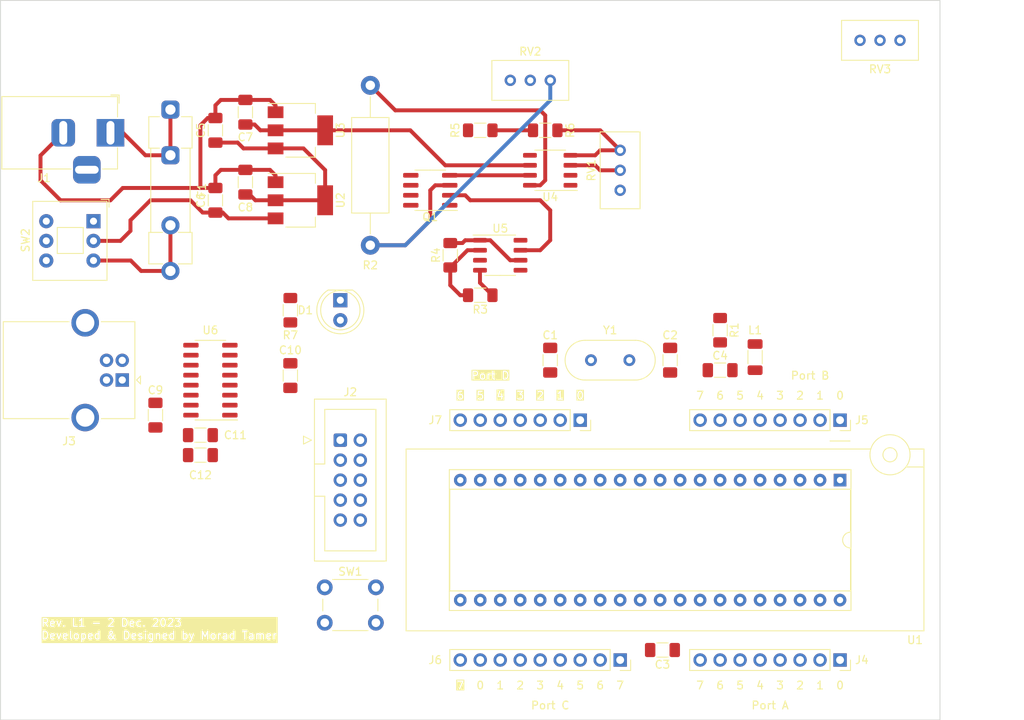
<source format=kicad_pcb>
(kicad_pcb (version 20221018) (generator pcbnew)
  (title_block (title "ATMEGA32A AVR Kit") (date "2023-12-02") (rev "L1") (company "Team Exotic") (comment 1 "Author: Morad Tamer"))
  (layers (0 "F.Cu" signal) (31 "B.Cu" signal) (34 "B.Paste" user) (35 "F.Paste" user) (36 "B.SilkS" user "B.Silkscreen") (37 "F.SilkS" user "F.Silkscreen") (38 "B.Mask" user) (39 "F.Mask" user) (44 "Edge.Cuts" user))
  (net 0 "")
  (net 1 "GND")
  (net 2 "Net-(U1-XTAL1)")
  (net 3 "Net-(U1-XTAL2)")
  (net 4 "Net-(U1-AREF)")
  (net 5 "Net-(U1-AVCC)")
  (net 6 "+5V")
  (net 7 "-V_{In}")
  (net 8 "+V_{In}")
  (net 9 "+3V3")
  (net 10 "+5V_{OCP}")
  (net 11 "Net-(U6-~{DTR})")
  (net 12 "/~{RESET}")
  (net 13 "Net-(U6-V3)")
  (net 14 "VBUS")
  (net 15 "Net-(D1-K)")
  (net 17 "/MOSI")
  (net 19 "/SCK")
  (net 20 "/MISO")
  (net 21 "/USB_D-")
  (net 22 "/USB_D+")
  (net 24 "Net-(Q1A-G)")
  (net 25 "Net-(Q1B-G)")
  (net 26 "Net-(U5A--)")
  (net 27 "Net-(U5B--)")
  (net 28 "Net-(U4B-+)")
  (net 29 "Net-(U4A-+)")
  (net 30 "Net-(U5A-+)")
  (net 31 "Net-(U5B-+)")
  (net 32 "/PB0")
  (net 33 "/PB1")
  (net 34 "/PB2")
  (net 35 "/PB3")
  (net 36 "/~{SS}")
  (net 37 "/RX <--")
  (net 38 "/TX -->")
  (net 39 "/PD2")
  (net 40 "/PD3")
  (net 41 "/PD4")
  (net 42 "/PD5")
  (net 43 "/PD6")
  (net 44 "/PD7")
  (net 45 "/PC0")
  (net 46 "/PC1")
  (net 47 "/TCK")
  (net 48 "/TMS")
  (net 49 "/TDO")
  (net 50 "/TDI")
  (net 51 "/PC6")
  (net 52 "/PC7")
  (net 53 "/PA7")
  (net 54 "/PA6")
  (net 55 "/PA5")
  (net 56 "/PA4")
  (net 57 "/PA3")
  (net 58 "/PA2")
  (net 59 "/PA1")
  (net 60 "/PA0")
  (net 69 "Net-(SW2A-C)")
  (net 71 "Net-(F1-Pad1)")
  (net 72 "Net-(U4A--)")
  (footprint "Resistor_SMD:R_1206_3216Metric_Pad1.30x1.75mm_HandSolder" (layer "F.Cu") (at 149.86 81.915 180)
    (fp_text reference "R3" (at 0 -1.82) (layer "F.SilkS"))
    (fp_text value "10 kΩ")
    (pad "1" smd roundrect (at -1.55 0 180) (size 1.3 1.75) (layers "F.Cu" "F.Paste" "F.Mask") (roundrect_rratio 0.192308) (net 7 "-V_{In}"))
    (pad "2" smd roundrect (at 1.55 0 180) (size 1.3 1.75) (layers "F.Cu" "F.Paste" "F.Mask") (roundrect_rratio 0.192308) (net 26 "Net-(U5A--)"))
  )
  (footprint "Capacitor_SMD:C_1206_3216Metric_Pad1.33x1.80mm_HandSolder" (layer "F.Cu") (at 116.205 60.96 90)
    (fp_text reference "C5" (at 0 -1.85 90) (layer "F.SilkS"))
    (fp_text value "10 µF")
    (pad "1" smd roundrect (at -1.5625 0 90) (size 1.325 1.8) (layers "F.Cu" "F.Paste" "F.Mask") (roundrect_rratio 0.188679) (net 10 "+5V_{OCP}"))
    (pad "2" smd roundrect (at 1.5625 0 90) (size 1.325 1.8) (layers "F.Cu" "F.Paste" "F.Mask") (roundrect_rratio 0.188679) (net 7 "-V_{In}"))
  )
  (footprint "Package_SO:SOIC-16_3.9x9.9mm_P1.27mm" (layer "F.Cu") (at 115.57 92.71 180)
    (fp_text reference "U6" (at 0 6.35) (layer "F.SilkS"))
    (fp_text value "CH340C")
    (pad "1" smd roundrect (at -2.475 -4.445 180) (size 1.95 0.6) (layers "F.Cu" "F.Paste" "F.Mask") (net 1 "GND"))
    (pad "2" smd roundrect (at -2.475 -3.175 180) (size 1.95 0.6) (layers "F.Cu" "F.Paste" "F.Mask") (net 37 "/RX <--"))
    (pad "3" smd roundrect (at -2.475 -1.905 180) (size 1.95 0.6) (layers "F.Cu" "F.Paste" "F.Mask") (net 38 "/TX -->"))
    (pad "4" smd roundrect (at -2.475 -0.635 180) (size 1.95 0.6) (layers "F.Cu" "F.Paste" "F.Mask") (net 13 "Net-(U6-V3)"))
    (pad "5" smd roundrect (at -2.475 0.635 180) (size 1.95 0.6) (layers "F.Cu" "F.Paste" "F.Mask") (net 22 "/USB_D+"))
    (pad "6" smd roundrect (at -2.475 1.905 180) (size 1.95 0.6) (layers "F.Cu" "F.Paste" "F.Mask") (net 21 "/USB_D-"))
    (pad "7" smd roundrect (at -2.475 3.175 180) (size 1.95 0.6) (layers "F.Cu" "F.Paste" "F.Mask"))
    (pad "8" smd roundrect (at -2.475 4.445 180) (size 1.95 0.6) (layers "F.Cu" "F.Paste" "F.Mask"))
    (pad "9" smd roundrect (at 2.475 4.445 180) (size 1.95 0.6) (layers "F.Cu" "F.Paste" "F.Mask"))
    (pad "10" smd roundrect (at 2.475 3.175 180) (size 1.95 0.6) (layers "F.Cu" "F.Paste" "F.Mask"))
    (pad "11" smd roundrect (at 2.475 1.905 180) (size 1.95 0.6) (layers "F.Cu" "F.Paste" "F.Mask"))
    (pad "12" smd roundrect (at 2.475 0.635 180) (size 1.95 0.6) (layers "F.Cu" "F.Paste" "F.Mask"))
    (pad "13" smd roundrect (at 2.475 -0.635 180) (size 1.95 0.6) (layers "F.Cu" "F.Paste" "F.Mask") (net 11 "Net-(U6-~{DTR})"))
    (pad "14" smd roundrect (at 2.475 -1.905 180) (size 1.95 0.6) (layers "F.Cu" "F.Paste" "F.Mask"))
    (pad "15" smd roundrect (at 2.475 -3.175 180) (size 1.95 0.6) (layers "F.Cu" "F.Paste" "F.Mask"))
    (pad "16" smd roundrect (at 2.475 -4.445 180) (size 1.95 0.6) (layers "F.Cu" "F.Paste" "F.Mask") (net 14 "VBUS"))
  )
  (footprint "Resistor_SMD:R_1206_3216Metric_Pad1.30x1.75mm_HandSolder" (layer "F.Cu") (at 180.34 86.36 -90)
    (fp_text reference "R1" (at 0 -1.82 90) (layer "F.SilkS"))
    (fp_text value "10 kΩ")
    (pad "1" smd roundrect (at -1.55 0 270) (size 1.3 1.75) (layers "F.Cu" "F.Paste" "F.Mask") (roundrect_rratio 0.192308) (net 6 "+5V"))
    (pad "2" smd roundrect (at 1.55 0 270) (size 1.3 1.75) (layers "F.Cu" "F.Paste" "F.Mask") (roundrect_rratio 0.192308) (net 12 "/~{RESET}"))
  )
  (footprint "Capacitor_SMD:C_1206_3216Metric_Pad1.33x1.80mm_HandSolder" (layer "F.Cu") (at 120.015 67.55 90)
    (fp_text reference "C8" (at -3.2 0) (layer "F.SilkS"))
    (fp_text value "22 µF")
    (pad "1" smd roundrect (at -1.5625 0 90) (size 1.325 1.8) (layers "F.Cu" "F.Paste" "F.Mask") (roundrect_rratio 0.188679) (net 10 "+5V_{OCP}"))
    (pad "2" smd roundrect (at 1.5625 0 90) (size 1.325 1.8) (layers "F.Cu" "F.Paste" "F.Mask") (roundrect_rratio 0.188679) (net 7 "-V_{In}"))
  )
  (footprint "Inductor_SMD:L_1206_3216Metric_Pad1.22x1.90mm_HandSolder" (layer "F.Cu") (at 184.785 89.7775 90)
    (fp_text reference "L1" (at 3.4175 0 180) (layer "F.SilkS"))
    (fp_text value "10 µH")
    (pad "1" smd roundrect (at -1.6625 0 90) (size 1.225 1.9) (layers "F.Cu" "F.Paste" "F.Mask") (roundrect_rratio 0.204082) (net 5 "Net-(U1-AVCC)"))
    (pad "2" smd roundrect (at 1.6625 0 90) (size 1.225 1.9) (layers "F.Cu" "F.Paste" "F.Mask") (roundrect_rratio 0.204082) (net 6 "+5V"))
  )
  (footprint "Capacitor_SMD:C_1206_3216Metric_Pad1.33x1.80mm_HandSolder" (layer "F.Cu") (at 116.205 69.85 90)
    (fp_text reference "C6" (at 0 -1.85 90) (layer "F.SilkS"))
    (fp_text value "10 µF")
    (pad "1" smd roundrect (at -1.5625 0 90) (size 1.325 1.8) (layers "F.Cu" "F.Paste" "F.Mask") (roundrect_rratio 0.188679) (net 8 "+V_{In}"))
    (pad "2" smd roundrect (at 1.5625 0 90) (size 1.325 1.8) (layers "F.Cu" "F.Paste" "F.Mask") (roundrect_rratio 0.188679) (net 7 "-V_{In}"))
  )
  (footprint "Resistor_SMD:R_1206_3216Metric_Pad1.30x1.75mm_HandSolder" (layer "F.Cu") (at 149.86 60.96 180)
    (fp_text reference "R5" (at 3.175 0 90) (layer "F.SilkS"))
    (fp_text value "6k8 Ω")
    (pad "1" smd roundrect (at -1.55 0 180) (size 1.3 1.75) (layers "F.Cu" "F.Paste" "F.Mask") (roundrect_rratio 0.192308) (net 28 "Net-(U4B-+)"))
    (pad "2" smd roundrect (at 1.55 0 180) (size 1.3 1.75) (layers "F.Cu" "F.Paste" "F.Mask") (roundrect_rratio 0.192308) (net 8 "+V_{In}"))
  )
  (footprint "Package_TO_SOT_SMD:SOT-223-3_TabPin2" (layer "F.Cu") (at 127 60.96)
    (fp_text reference "U3" (at 5.105 0 90) (layer "F.SilkS"))
    (fp_text value "AMS1117-3.3")
    (pad "1" smd rect (at -3.15 -2.3) (size 2 1.5) (layers "F.Cu" "F.Paste" "F.Mask") (net 7 "-V_{In}"))
    (pad "2" smd rect (at -3.15 0) (size 2 1.5) (layers "F.Cu" "F.Paste" "F.Mask") (net 9 "+3V3"))
    (pad "2" smd rect (at 3.15 0) (size 2 3.8) (layers "F.Cu" "F.Paste" "F.Mask") (net 9 "+3V3"))
    (pad "3" smd rect (at -3.15 2.3) (size 2 1.5) (layers "F.Cu" "F.Paste" "F.Mask") (net 10 "+5V_{OCP}"))
  )
  (footprint "Package_SO:SO-8_3.9x4.9mm_P1.27mm" (layer "F.Cu") (at 158.75 66.04 180)
    (fp_text reference "U4" (at 0 -3.4) (layer "F.SilkS"))
    (fp_text value "LM358")
    (pad "1" smd roundrect (at -2.575 -1.905 180) (size 1.75 0.6) (layers "F.Cu" "F.Paste" "F.Mask") (net 30 "Net-(U5A-+)"))
    (pad "2" smd roundrect (at -2.575 -0.635 180) (size 1.75 0.6) (layers "F.Cu" "F.Paste" "F.Mask") (net 72 "Net-(U4A--)"))
    (pad "3" smd roundrect (at -2.575 0.635 180) (size 1.75 0.6) (layers "F.Cu" "F.Paste" "F.Mask") (net 29 "Net-(U4A-+)"))
    (pad "4" smd roundrect (at -2.575 1.905 180) (size 1.75 0.6) (layers "F.Cu" "F.Paste" "F.Mask") (net 7 "-V_{In}"))
    (pad "5" smd roundrect (at 2.575 1.905 180) (size 1.75 0.6) (layers "F.Cu" "F.Paste" "F.Mask") (net 28 "Net-(U4B-+)"))
    (pad "6" smd roundrect (at 2.575 0.635 180) (size 1.75 0.6) (layers "F.Cu" "F.Paste" "F.Mask") (net 9 "+3V3"))
    (pad "7" smd roundrect (at 2.575 -0.635 180) (size 1.75 0.6) (layers "F.Cu" "F.Paste" "F.Mask") (net 25 "Net-(Q1B-G)"))
    (pad "8" smd roundrect (at 2.575 -1.905 180) (size 1.75 0.6) (layers "F.Cu" "F.Paste" "F.Mask") (net 10 "+5V_{OCP}"))
  )
  (footprint "Fuse:Fuseholder_Clip-5x20mm_Littelfuse_520_Inline_P20.50x5.80mm_D1.30mm_Horizontal" (layer "F.Cu") (at 110.49 58.33 -90)
    (fp_text reference "F1" (at 10.25 -4 90) (layer "F.SilkS"))
    (fp_text value "Fuse")
    (pad "1" thru_hole roundrect (at 0 0 270) (size 2.3 2.3) (drill 1.3) (layers "*.Cu" "*.Mask") (net 71 "Net-(F1-Pad1)"))
    (pad "1" thru_hole roundrect (at 5.8 0 270) (size 2.3 2.3) (drill 1.3) (layers "*.Cu" "*.Mask") (net 71 "Net-(F1-Pad1)"))
    (pad "2" thru_hole circle (at 14.7 0 270) (size 2.3 2.3) (drill 1.3) (layers "*.Cu" "*.Mask") (net 69 "Net-(SW2A-C)"))
    (pad "2" thru_hole circle (at 20.5 0 270) (size 2.3 2.3) (drill 1.3) (layers "*.Cu" "*.Mask") (net 69 "Net-(SW2A-C)"))
  )
  (footprint "Package_SO:SO-8_3.9x4.9mm_P1.27mm" (layer "F.Cu") (at 152.4 76.835)
    (fp_text reference "U5" (at 0 -3.4) (layer "F.SilkS"))
    (fp_text value "LM358")
    (pad "1" smd roundrect (at -2.575 -1.905) (size 1.75 0.6) (layers "F.Cu" "F.Paste" "F.Mask") (net 27 "Net-(U5B--)"))
    (pad "2" smd roundrect (at -2.575 -0.635) (size 1.75 0.6) (layers "F.Cu" "F.Paste" "F.Mask") (net 26 "Net-(U5A--)"))
    (pad "3" smd roundrect (at -2.575 0.635) (size 1.75 0.6) (layers "F.Cu" "F.Paste" "F.Mask") (net 30 "Net-(U5A-+)"))
    (pad "4" smd roundrect (at -2.575 1.905) (size 1.75 0.6) (layers "F.Cu" "F.Paste" "F.Mask") (net 7 "-V_{In}"))
    (pad "5" smd roundrect (at 2.575 1.905) (size 1.75 0.6) (layers "F.Cu" "F.Paste" "F.Mask") (net 31 "Net-(U5B-+)"))
    (pad "6" smd roundrect (at 2.575 0.635) (size 1.75 0.6) (layers "F.Cu" "F.Paste" "F.Mask") (net 27 "Net-(U5B--)"))
    (pad "7" smd roundrect (at 2.575 -0.635) (size 1.75 0.6) (layers "F.Cu" "F.Paste" "F.Mask") (net 24 "Net-(Q1A-G)"))
    (pad "8" smd roundrect (at 2.575 -1.905) (size 1.75 0.6) (layers "F.Cu" "F.Paste" "F.Mask") (net 8 "+V_{In}"))
  )
  (footprint "Resistor_SMD:R_1206_3216Metric_Pad1.30x1.75mm_HandSolder" (layer "F.Cu") (at 125.73 83.82 -90)
    (fp_text reference "R7" (at 3.175 0 -180) (layer "F.SilkS"))
    (fp_text value "1 kΩ")
    (pad "1" smd roundrect (at -1.55 0 270) (size 1.3 1.75) (layers "F.Cu" "F.Paste" "F.Mask") (roundrect_rratio 0.192308) (net 15 "Net-(D1-K)"))
    (pad "2" smd roundrect (at 1.55 0 270) (size 1.3 1.75) (layers "F.Cu" "F.Paste" "F.Mask") (roundrect_rratio 0.192308) (net 1 "GND"))
  )
  (footprint "Connector_PinSocket_2.54mm:PinSocket_1x08_P2.54mm_Vertical" (layer "F.Cu") (at 195.58 97.79 -90)
    (fp_text reference "J5" (at 0 -2.77 -180) (layer "F.SilkS"))
    (fp_text value "Conn_01x08_Socket")
    (pad "1" thru_hole rect (at 0 0 270) (size 1.7 1.7) (drill 1) (layers "*.Cu" "*.Mask") (net 32 "/PB0"))
    (pad "2" thru_hole oval (at 0 2.54 270) (size 1.7 1.7) (drill 1) (layers "*.Cu" "*.Mask") (net 33 "/PB1"))
    (pad "3" thru_hole oval (at 0 5.08 270) (size 1.7 1.7) (drill 1) (layers "*.Cu" "*.Mask") (net 34 "/PB2"))
    (pad "4" thru_hole oval (at 0 7.62 270) (size 1.7 1.7) (drill 1) (layers "*.Cu" "*.Mask") (net 35 "/PB3"))
    (pad "5" thru_hole oval (at 0 10.16 270) (size 1.7 1.7) (drill 1) (layers "*.Cu" "*.Mask") (net 36 "/~{SS}"))
    (pad "6" thru_hole oval (at 0 12.7 270) (size 1.7 1.7) (drill 1) (layers "*.Cu" "*.Mask") (net 17 "/MOSI"))
    (pad "7" thru_hole oval (at 0 15.24 270) (size 1.7 1.7) (drill 1) (layers "*.Cu" "*.Mask") (net 20 "/MISO"))
    (pad "8" thru_hole oval (at 0 17.78 270) (size 1.7 1.7) (drill 1) (layers "*.Cu" "*.Mask") (net 19 "/SCK"))
  )
  (footprint "Button_Switch_THT:SW_PUSH_6mm_H4.3mm" (layer "F.Cu") (at 130.1 119.035)
    (fp_text reference "SW1" (at 3.25 -2) (layer "F.SilkS"))
    (fp_text value "SW_Push")
    (pad "1" thru_hole circle (at 0 0 90) (size 2 2) (drill 1.1) (layers "*.Cu" "*.Mask") (net 1 "GND"))
    (pad "1" thru_hole circle (at 6.5 0 90) (size 2 2) (drill 1.1) (layers "*.Cu" "*.Mask") (net 1 "GND"))
    (pad "2" thru_hole circle (at 0 4.5 90) (size 2 2) (drill 1.1) (layers "*.Cu" "*.Mask") (net 12 "/~{RESET}"))
    (pad "2" thru_hole circle (at 6.5 4.5 90) (size 2 2) (drill 1.1) (layers "*.Cu" "*.Mask") (net 12 "/~{RESET}"))
  )
  (footprint "Capacitor_SMD:C_1206_3216Metric_Pad1.33x1.80mm_HandSolder" (layer "F.Cu") (at 120.015 58.66 90)
    (fp_text reference "C7" (at -3.175 0) (layer "F.SilkS"))
    (fp_text value "22 µF")
    (pad "1" smd roundrect (at -1.5625 0 90) (size 1.325 1.8) (layers "F.Cu" "F.Paste" "F.Mask") (roundrect_rratio 0.188679) (net 9 "+3V3"))
    (pad "2" smd roundrect (at 1.5625 0 90) (size 1.325 1.8) (layers "F.Cu" "F.Paste" "F.Mask") (roundrect_rratio 0.188679) (net 7 "-V_{In}"))
  )
  (footprint "Capacitor_SMD:C_1206_3216Metric_Pad1.33x1.80mm_HandSolder" (layer "F.Cu") (at 158.75 90.17 90)
    (fp_text reference "C1" (at 3.175 0 180) (layer "F.SilkS"))
    (fp_text value "22 pF")
    (pad "1" smd roundrect (at -1.5625 0 90) (size 1.325 1.8) (layers "F.Cu" "F.Paste" "F.Mask") (roundrect_rratio 0.188679) (net 1 "GND"))
    (pad "2" smd roundrect (at 1.5625 0 90) (size 1.325 1.8) (layers "F.Cu" "F.Paste" "F.Mask") (roundrect_rratio 0.188679) (net 2 "Net-(U1-XTAL1)"))
  )
  (footprint "Connector_USB:USB_B_OST_USB-B1HSxx_Horizontal" (layer "F.Cu") (at 104.3675 92.69 180)
    (fp_text reference "J3" (at 6.76 -7.77) (layer "F.SilkS"))
    (fp_text value "USB_B")
    (pad "1" thru_hole rect (at 0 0 180) (size 1.7 1.7) (drill 0.92) (layers "*.Cu" "*.Mask") (net 14 "VBUS"))
    (pad "2" thru_hole circle (at 0 2.5 180) (size 1.7 1.7) (drill 0.92) (layers "*.Cu" "*.Mask") (net 21 "/USB_D-"))
    (pad "3" thru_hole circle (at 2 2.5 180) (size 1.7 1.7) (drill 0.92) (layers "*.Cu" "*.Mask") (net 22 "/USB_D+"))
    (pad "4" thru_hole circle (at 2 0 180) (size 1.7 1.7) (drill 0.92) (layers "*.Cu" "*.Mask") (net 1 "GND"))
    (pad "5" thru_hole circle (at 4.71 -4.77 180) (size 3.5 3.5) (drill 2.33) (layers "*.Cu" "*.Mask"))
    (pad "5" thru_hole circle (at 4.71 7.27 180) (size 3.5 3.5) (drill 2.33) (layers "*.Cu" "*.Mask"))
  )
  (footprint "Capacitor_SMD:C_1206_3216Metric_Pad1.33x1.80mm_HandSolder" (layer "F.Cu") (at 108.585 97.155 -90)
    (fp_text reference "C9" (at -3.175 0 -180) (layer "F.SilkS"))
    (fp_text value "100 nF")
    (pad "1" smd roundrect (at -1.5625 0 270) (size 1.325 1.8) (layers "F.Cu" "F.Paste" "F.Mask") (roundrect_rratio 0.188679) (net 11 "Net-(U6-~{DTR})"))
    (pad "2" smd roundrect (at 1.5625 0 270) (size 1.325 1.8) (layers "F.Cu" "F.Paste" "F.Mask") (roundrect_rratio 0.188679) (net 12 "/~{RESET}"))
  )
  (footprint "Potentiometer_THT:Potentiometer_Bourns_3296W_Vertical" (layer "F.Cu") (at 158.76 54.61)
    (fp_text reference "RV2" (at -2.54 -3.66) (layer "F.SilkS"))
    (fp_text value "10 kΩ")
    (pad "1" thru_hole circle (at 0 0) (size 1.44 1.44) (drill 0.8) (layers "*.Cu" "*.Mask") (net 6 "+5V"))
    (pad "2" thru_hole circle (at -2.54 0) (size 1.44 1.44) (drill 0.8) (layers "*.Cu" "*.Mask") (net 72 "Net-(U4A--)"))
    (pad "3" thru_hole circle (at -5.08 0) (size 1.44 1.44) (drill 0.8) (layers "*.Cu" "*.Mask") (net 30 "Net-(U5A-+)"))
  )
  (footprint "M's Library:ZIF Socket 40 Circular Pads" (layer "F.Cu") (at 171.45 113.03 -90)
    (fp_text reference "U1" (at 12.7 -33.655 unlocked) (layer "F.SilkS"))
    (fp_text value "ATmega32A-P")
    (pad "1" thru_hole rect (at -7.62 -24.13 270) (size 1.6 1.6) (drill 0.8) (layers "*.Cu" "*.Mask") (net 32 "/PB0"))
    (pad "2" thru_hole oval (at -7.62 -21.59 270) (size 1.6 1.6) (drill 0.8) (layers "*.Cu" "*.Mask") (net 33 "/PB1"))
    (pad "3" thru_hole oval (at -7.62 -19.05 270) (size 1.6 1.6) (drill 0.8) (layers "*.Cu" "*.Mask") (net 34 "/PB2"))
    (pad "4" thru_hole oval (at -7.62 -16.51 270) (size 1.6 1.6) (drill 0.8) (layers "*.Cu" "*.Mask") (net 35 "/PB3"))
    (pad "5" thru_hole oval (at -7.62 -13.97 270) (size 1.6 1.6) (drill 0.8) (layers "*.Cu" "*.Mask") (net 36 "/~{SS}"))
    (pad "6" thru_hole oval (at -7.62 -11.43 270) (size 1.6 1.6) (drill 0.8) (layers "*.Cu" "*.Mask") (net 17 "/MOSI"))
    (pad "7" thru_hole oval (at -7.62 -8.89 270) (size 1.6 1.6) (drill 0.8) (layers "*.Cu" "*.Mask") (net 20 "/MISO"))
    (pad "8" thru_hole oval (at -7.62 -6.35 270) (size 1.6 1.6) (drill 0.8) (layers "*.Cu" "*.Mask") (net 19 "/SCK"))
    (pad "9" thru_hole oval (at -7.62 -3.81 270) (size 1.6 1.6) (drill 0.8) (layers "*.Cu" "*.Mask") (net 12 "/~{RESET}"))
    (pad "10" thru_hole oval (at -7.62 -1.27 270) (size 1.6 1.6) (drill 0.8) (layers "*.Cu" "*.Mask") (net 6 "+5V"))
    (pad "11" thru_hole oval (at -7.62 1.27 270) (size 1.6 1.6) (drill 0.8) (layers "*.Cu" "*.Mask") (net 1 "GND"))
    (pad "12" thru_hole oval (at -7.62 3.81 270) (size 1.6 1.6) (drill 0.8) (layers "*.Cu" "*.Mask") (net 3 "Net-(U1-XTAL2)"))
    (pad "13" thru_hole oval (at -7.62 6.35 270) (size 1.6 1.6) (drill 0.8) (layers "*.Cu" "*.Mask") (net 2 "Net-(U1-XTAL1)"))
    (pad "14" thru_hole oval (at -7.62 8.89 270) (size 1.6 1.6) (drill 0.8) (layers "*.Cu" "*.Mask") (net 37 "/RX <--"))
    (pad "15" thru_hole oval (at -7.62 11.43 270) (size 1.6 1.6) (drill 0.8) (layers "*.Cu" "*.Mask") (net 38 "/TX -->"))
    (pad "16" thru_hole oval (at -7.62 13.97 270) (size 1.6 1.6) (drill 0.8) (layers "*.Cu" "*.Mask") (net 39 "/PD2"))
    (pad "17" thru_hole oval (at -7.62 16.51 270) (size 1.6 1.6) (drill 0.8) (layers "*.Cu" "*.Mask") (net 40 "/PD3"))
    (pad "18" thru_hole oval (at -7.62 19.05 270) (size 1.6 1.6) (drill 0.8) (layers "*.Cu" "*.Mask") (net 41 "/PD4"))
    (pad "19" thru_hole oval (at -7.62 21.59 270) (size 1.6 1.6) (drill 0.8) (layers "*.Cu" "*.Mask") (net 42 "/PD5"))
    (pad "20" thru_hole oval (at -7.62 24.13 270) (size 1.6 1.6) (drill 0.8) (layers "*.Cu" "*.Mask") (net 43 "/PD6"))
    (pad "21" thru_hole oval (at 7.62 24.13 270) (size 1.6 1.6) (drill 0.8) (layers "*.Cu" "*.Mask") (net 44 "/PD7"))
    (pad "22" thru_hole oval (at 7.62 21.59 270) (size 1.6 1.6) (drill 0.8) (layers "*.Cu" "*.Mask") (net 45 "/PC0"))
    (pad "23" thru_hole oval (at 7.62 19.05 270) (size 1.6 1.6) (drill 0.8) (layers "*.Cu" "*.Mask") (net 46 "/PC1"))
    (pad "24" thru_hole oval (at 7.62 16.51 270) (size 1.6 1.6) (drill 0.8) (layers "*.Cu" "*.Mask") (net 47 "/TCK"))
    (pad "25" thru_hole oval (at 7.62 13.97 270) (size 1.6 1.6) (drill 0.8) (layers "*.Cu" "*.Mask") (net 48 "/TMS"))
    (pad "26" thru_hole oval (at 7.62 11.43 270) (size 1.6 1.6) (drill 0.8) (layers "*.Cu" "*.Mask") (net 49 "/TDO"))
    (pad "27" thru_hole oval (at 7.62 8.89 270) (size 1.6 1.6) (drill 0.8) (layers "*.Cu" "*.Mask") (net 50 "/TDI"))
    (pad "28" thru_hole oval (at 7.62 6.35 270) (size 1.6 1.6) (drill 0.8) (layers "*.Cu" "*.Mask") (net 51 "/PC6"))
    (pad "29" thru_hole oval (at 7.62 3.81 270) (size 1.6 1.6) (drill 0.8) (layers "*.Cu" "*.Mask") (net 52 "/PC7"))
    (pad "30" thru_hole oval (at 7.62 1.27 270) (size 1.6 1.6) (drill 0.8) (layers "*.Cu" "*.Mask") (net 5 "Net-(U1-AVCC)"))
    (pad "31" thru_hole oval (at 7.62 -1.27 270) (size 1.6 1.6) (drill 0.8) (layers "*.Cu" "*.Mask") (net 1 "GND"))
    (pad "32" thru_hole oval (at 7.62 -3.81 270) (size 1.6 1.6) (drill 0.8) (layers "*.Cu" "*.Mask") (net 4 "Net-(U1-AREF)"))
    (pad "33" thru_hole oval (at 7.62 -6.35 270) (size 1.6 1.6) (drill 0.8) (layers "*.Cu" "*.Mask") (net 53 "/PA7"))
    (pad "34" thru_hole oval (at 7.62 -8.89 270) (size 1.6 1.6) (drill 0.8) (layers "*.Cu" "*.Mask") (net 54 "/PA6"))
    (pad "35" thru_hole oval (at 7.62 -11.43 270) (size 1.6 1.6) (drill 0.8) (layers "*.Cu" "*.Mask") (net 55 "/PA5"))
    (pad "36" thru_hole oval (at 7.62 -13.97 270) (size 1.6 1.6) (drill 0.8) (layers "*.Cu" "*.Mask") (net 56 "/PA4"))
    (pad "37" thru_hole oval (at 7.62 -16.51 270) (size 1.6 1.6) (drill 0.8) (layers "*.Cu" "*.Mask") (net 57 "/PA3"))
    (pad "38" thru_hole oval (at 7.62 -19.05 270) (size 1.6 1.6) (drill 0.8) (layers "*.Cu" "*.Mask") (net 58 "/PA2"))
    (pad "39" thru_hole oval (at 7.62 -21.59 270) (size 1.6 1.6) (drill 0.8) (layers "*.Cu" "*.Mask") (net 59 "/PA1"))
    (pad "40" thru_hole oval (at 7.62 -24.13 270) (size 1.6 1.6) (drill 0.8) (layers "*.Cu" "*.Mask") (net 60 "/PA0"))
  )
  (footprint "Resistor_THT:R_Axial_DIN0414_L11.9mm_D4.5mm_P20.32mm_Horizontal" (layer "F.Cu") (at 135.89 55.245 -90)
    (fp_text reference "R2" (at 22.86 0 -180) (layer "F.SilkS"))
    (fp_text value "100 mΩ")
    (pad "1" thru_hole circle (at 0 0 270) (size 2.4 2.4) (drill 1.2) (layers "*.Cu" "*.Mask") (net 10 "+5V_{OCP}"))
    (pad "2" thru_hole oval (at 20.32 0 270) (size 2.4 2.4) (drill 1.2) (layers "*.Cu" "*.Mask") (net 6 "+5V"))
  )
  (footprint "Connector_PinSocket_2.54mm:PinSocket_1x08_P2.54mm_Vertical" (layer "F.Cu") (at 195.58 128.27 -90)
    (fp_text reference "J4" (at 0 -2.77 -180) (layer "F.SilkS"))
    (fp_text value "Conn_01x08_Socket")
    (pad "1" thru_hole rect (at 0 0 270) (size 1.7 1.7) (drill 1) (layers "*.Cu" "*.Mask") (net 60 "/PA0"))
    (pad "2" thru_hole oval (at 0 2.54 270) (size 1.7 1.7) (drill 1) (layers "*.Cu" "*.Mask") (net 59 "/PA1"))
    (pad "3" thru_hole oval (at 0 5.08 270) (size 1.7 1.7) (drill 1) (layers "*.Cu" "*.Mask") (net 58 "/PA2"))
    (pad "4" thru_hole oval (at 0 7.62 270) (size 1.7 1.7) (drill 1) (layers "*.Cu" "*.Mask") (net 57 "/PA3"))
    (pad "5" thru_hole oval (at 0 10.16 270) (size 1.7 1.7) (drill 1) (layers "*.Cu" "*.Mask") (net 56 "/PA4"))
    (pad "6" thru_hole oval (at 0 12.7 270) (size 1.7 1.7) (drill 1) (layers "*.Cu" "*.Mask") (net 55 "/PA5"))
    (pad "7" thru_hole oval (at 0 15.24 270) (size 1.7 1.7) (drill 1) (layers "*.Cu" "*.Mask") (net 54 "/PA6"))
    (pad "8" thru_hole oval (at 0 17.78 270) (size 1.7 1.7) (drill 1) (layers "*.Cu" "*.Mask") (net 53 "/PA7"))
  )
  (footprint "Connector_PinSocket_2.54mm:PinSocket_1x07_P2.54mm_Vertical" (layer "F.Cu") (at 162.56 97.79 -90)
    (fp_text reference "J7" (at 0 18.415 -180) (layer "F.SilkS"))
    (fp_text value "Conn_01x07_Socket")
    (pad "1" thru_hole rect (at 0 0 270) (size 1.7 1.7) (drill 1) (layers "*.Cu" "*.Mask") (net 37 "/RX <--"))
    (pad "2" thru_hole oval (at 0 2.54 270) (size 1.7 1.7) (drill 1) (layers "*.Cu" "*.Mask") (net 38 "/TX -->"))
    (pad "3" thru_hole oval (at 0 5.08 270) (size 1.7 1.7) (drill 1) (layers "*.Cu" "*.Mask") (net 39 "/PD2"))
    (pad "4" thru_hole oval (at 0 7.62 270) (size 1.7 1.7) (drill 1) (layers "*.Cu" "*.Mask") (net 40 "/PD3"))
    (pad "5" thru_hole oval (at 0 10.16 270) (size 1.7 1.7) (drill 1) (layers "*.Cu" "*.Mask") (net 41 "/PD4"))
    (pad "6" thru_hole oval (at 0 12.7 270) (size 1.7 1.7) (drill 1) (layers "*.Cu" "*.Mask") (net 42 "/PD5"))
    (pad "7" thru_hole oval (at 0 15.24 270) (size 1.7 1.7) (drill 1) (layers "*.Cu" "*.Mask") (net 43 "/PD6"))
  )
  (footprint "Capacitor_SMD:C_1206_3216Metric_Pad1.33x1.80mm_HandSolder" (layer "F.Cu") (at 173.99 90.17 -90)
    (fp_text reference "C2" (at -3.175 0 -180) (layer "F.SilkS"))
    (fp_text value "22 pF")
    (pad "1" smd roundrect (at -1.5625 0 270) (size 1.325 1.8) (layers "F.Cu" "F.Paste" "F.Mask") (roundrect_rratio 0.188679) (net 3 "Net-(U1-XTAL2)"))
    (pad "2" smd roundrect (at 1.5625 0 270) (size 1.325 1.8) (layers "F.Cu" "F.Paste" "F.Mask") (roundrect_rratio 0.188679) (net 1 "GND"))
  )
  (footprint "Package_TO_SOT_SMD:SOT-223-3_TabPin2" (layer "F.Cu") (at 127 69.85)
    (fp_text reference "U2" (at 5.105 0 90) (layer "F.SilkS"))
    (fp_text value "AMS1117-5.0")
    (pad "1" smd rect (at -3.15 -2.3) (size 2 1.5) (layers "F.Cu" "F.Paste" "F.Mask") (net 7 "-V_{In}"))
    (pad "2" smd rect (at -3.15 0) (size 2 1.5) (layers "F.Cu" "F.Paste" "F.Mask") (net 10 "+5V_{OCP}"))
    (pad "2" smd rect (at 3.15 0) (size 2 3.8) (layers "F.Cu" "F.Paste" "F.Mask") (net 10 "+5V_{OCP}"))
    (pad "3" smd rect (at -3.15 2.3) (size 2 1.5) (layers "F.Cu" "F.Paste" "F.Mask") (net 8 "+V_{In}"))
  )
  (footprint "Capacitor_SMD:C_1206_3216Metric_Pad1.33x1.80mm_HandSolder" (layer "F.Cu") (at 125.73 92.125 -90)
    (fp_text reference "C10" (at -3.225 0 -180) (layer "F.SilkS"))
    (fp_text value "100 nF")
    (pad "1" smd roundrect (at -1.5625 0 270) (size 1.325 1.8) (layers "F.Cu" "F.Paste" "F.Mask") (roundrect_rratio 0.188679) (net 1 "GND"))
    (pad "2" smd roundrect (at 1.5625 0 270) (size 1.325 1.8) (layers "F.Cu" "F.Paste" "F.Mask") (roundrect_rratio 0.188679) (net 13 "Net-(U6-V3)"))
  )
  (footprint "Package_SO:SOIC-8_3.9x4.9mm_P1.27mm" (layer "F.Cu") (at 143.51 68.58 180)
    (fp_text reference "Q1" (at 0 -3.4) (layer "F.SilkS"))
    (fp_text value "IRF7309IPBF")
    (pad "1" smd roundrect (at -2.475 -1.905 180) (size 1.95 0.6) (layers "F.Cu" "F.Paste" "F.Mask") (net 7 "-V_{In}"))
    (pad "2" smd roundrect (at -2.475 -0.635 180) (size 1.95 0.6) (layers "F.Cu" "F.Paste" "F.Mask") (net 24 "Net-(Q1A-G)"))
    (pad "3" smd roundrect (at -2.475 0.635 180) (size 1.95 0.6) (layers "F.Cu" "F.Paste" "F.Mask") (net 6 "+5V"))
    (pad "4" smd roundrect (at -2.475 1.905 180) (size 1.95 0.6) (layers "F.Cu" "F.Paste" "F.Mask") (net 25 "Net-(Q1B-G)"))
    (pad "5" smd roundrect (at 2.475 1.905 180) (size 1.95 0.6) (layers "F.Cu" "F.Paste" "F.Mask") (net 14 "VBUS"))
    (pad "6" smd roundrect (at 2.475 0.635 180) (size 1.95 0.6) (layers "F.Cu" "F.Paste" "F.Mask") (net 14 "VBUS"))
    (pad "7" smd roundrect (at 2.475 -0.635 180) (size 1.95 0.6) (layers "F.Cu" "F.Paste" "F.Mask") (net 1 "GND"))
    (pad "8" smd roundrect (at 2.475 -1.905 180) (size 1.95 0.6) (layers "F.Cu" "F.Paste" "F.Mask") (net 1 "GND"))
  )
  (footprint "Potentiometer_THT:Potentiometer_Bourns_3296W_Vertical" (layer "F.Cu") (at 198.12 49.53 180)
    (fp_text reference "RV3" (at -2.54 -3.66) (layer "F.SilkS"))
    (fp_text value "10 kΩ")
    (pad "1" thru_hole circle (at 0 0 180) (size 1.44 1.44) (drill 0.8) (layers "*.Cu" "*.Mask") (net 10 "+5V_{OCP}"))
    (pad "2" thru_hole circle (at -2.54 0 180) (size 1.44 1.44) (drill 0.8) (layers "*.Cu" "*.Mask") (net 31 "Net-(U5B-+)"))
    (pad "3" thru_hole circle (at -5.08 0 180) (size 1.44 1.44) (drill 0.8) (layers "*.Cu" "*.Mask") (net 7 "-V_{In}"))
  )
  (footprint "Resistor_SMD:R_1206_3216Metric_Pad1.30x1.75mm_HandSolder" (layer "F.Cu") (at 146.05 76.835 90)
    (fp_text reference "R4" (at 0 -1.82 90) (layer "F.SilkS"))
    (fp_text value "330 kΩ")
    (pad "1" smd roundrect (at -1.55 0 90) (size 1.3 1.75) (layers "F.Cu" "F.Paste" "F.Mask") (roundrect_rratio 0.192308) (net 26 "Net-(U5A--)"))
    (pad "2" smd roundrect (at 1.55 0 90) (size 1.3 1.75) (layers "F.Cu" "F.Paste" "F.Mask") (roundrect_rratio 0.192308) (net 27 "Net-(U5B--)"))
  )
  (footprint "Crystal:Crystal_HC49-4H_Vertical" (layer "F.Cu") (at 168.81 90.17 180)
    (fp_text reference "Y1" (at 2.44 3.81) (layer "F.SilkS"))
    (fp_text value "16 MHz")
    (pad "1" thru_hole circle (at 0 0 180) (size 1.5 1.5) (drill 0.8) (layers "*.Cu" "*.Mask") (net 3 "Net-(U1-XTAL2)"))
    (pad "2" thru_hole circle (at 4.88 0 180) (size 1.5 1.5) (drill 0.8) (layers "*.Cu" "*.Mask") (net 2 "Net-(U1-XTAL1)"))
  )
  (footprint "Connector_IDC:IDC-Header_2x05_P2.54mm_Vertical" (layer "F.Cu") (at 132.08 100.33)
    (fp_text reference "J2" (at 1.27 -6.1) (layer "F.SilkS"))
    (fp_text value "AVR-ISP-10")
    (pad "1" thru_hole roundrect (at 0 0) (size 1.7 1.7) (drill 1) (layers "*.Cu" "*.Mask") (roundrect_rratio 0.147059) (net 17 "/MOSI"))
    (pad "2" thru_hole circle (at 2.54 0) (size 1.7 1.7) (drill 1) (layers "*.Cu" "*.Mask") (net 6 "+5V"))
    (pad "3" thru_hole circle (at 0 2.54) (size 1.7 1.7) (drill 1) (layers "*.Cu" "*.Mask"))
    (pad "4" thru_hole circle (at 2.54 2.54) (size 1.7 1.7) (drill 1) (layers "*.Cu" "*.Mask") (net 1 "GND"))
    (pad "5" thru_hole circle (at 0 5.08) (size 1.7 1.7) (drill 1) (layers "*.Cu" "*.Mask") (net 12 "/~{RESET}"))
    (pad "6" thru_hole circle (at 2.54 5.08) (size 1.7 1.7) (drill 1) (layers "*.Cu" "*.Mask") (net 1 "GND"))
    (pad "7" thru_hole circle (at 0 7.62) (size 1.7 1.7) (drill 1) (layers "*.Cu" "*.Mask") (net 19 "/SCK"))
    (pad "8" thru_hole circle (at 2.54 7.62) (size 1.7 1.7) (drill 1) (layers "*.Cu" "*.Mask") (net 1 "GND"))
    (pad "9" thru_hole circle (at 0 10.16) (size 1.7 1.7) (drill 1) (layers "*.Cu" "*.Mask") (net 20 "/MISO"))
    (pad "10" thru_hole circle (at 2.54 10.16) (size 1.7 1.7) (drill 1) (layers "*.Cu" "*.Mask") (net 1 "GND"))
  )
  (footprint "Capacitor_SMD:C_1206_3216Metric_Pad1.33x1.80mm_HandSolder" (layer "F.Cu") (at 114.3 102.235)
    (fp_text reference "C12" (at 0 2.54) (layer "F.SilkS"))
    (fp_text value "10 µF")
    (pad "1" smd roundrect (at -1.5625 0) (size 1.325 1.8) (layers "F.Cu" "F.Paste" "F.Mask") (roundrect_rratio 0.188679) (net 14 "VBUS"))
    (pad "2" smd roundrect (at 1.5625 0) (size 1.325 1.8) (layers "F.Cu" "F.Paste" "F.Mask") (roundrect_rratio 0.188679) (net 1 "GND"))
  )
  (footprint "Button_Switch_THT:SW_Push_2P2T_Toggle_CK_PVA2xxH1xxxxxxV2" (layer "F.Cu") (at 100.7125 72.5075 -90)
    (fp_text reference "SW2" (at 2.4225 8.6375 90) (layer "F.SilkS"))
    (fp_text value "SW_SPST")
    (pad "1" thru_hole rect (at 0 0 270) (size 1.8 1.8) (drill 0.9) (layers "*.Cu" "*.Mask"))
    (pad "2" thru_hole circle (at 2.5 0 270) (size 1.8 1.8) (drill 0.9) (layers "*.Cu" "*.Mask") (net 8 "+V_{In}"))
    (pad "3" thru_hole circle (at 5 0 270) (size 1.8 1.8) (drill 0.9) (layers "*.Cu" "*.Mask") (net 69 "Net-(SW2A-C)"))
    (pad "4" thru_hole circle (at 0 6 270) (size 1.8 1.8) (drill 0.9) (layers "*.Cu" "*.Mask"))
    (pad "5" thru_hole circle (at 2.5 6 270) (size 1.8 1.8) (drill 0.9) (layers "*.Cu" "*.Mask"))
    (pad "6" thru_hole circle (at 5 6 270) (size 1.8 1.8) (drill 0.9) (layers "*.Cu" "*.Mask"))
  )
  (footprint "Potentiometer_THT:Potentiometer_Bourns_3296W_Vertical" (layer "F.Cu") (at 167.64 68.58 -90)
    (fp_text reference "RV1" (at -2.54 3.66 90) (layer "F.SilkS"))
    (fp_text value "10 kΩ")
    (pad "1" thru_hole circle (at 0 0 270) (size 1.44 1.44) (drill 0.8) (layers "*.Cu" "*.Mask") (net 10 "+5V_{OCP}"))
    (pad "2" thru_hole circle (at -2.54 0 270) (size 1.44 1.44) (drill 0.8) (layers "*.Cu" "*.Mask") (net 29 "Net-(U4A-+)"))
    (pad "3" thru_hole circle (at -5.08 0 270) (size 1.44 1.44) (drill 0.8) (layers "*.Cu" "*.Mask") (net 7 "-V_{In}"))
  )
  (footprint "Capacitor_SMD:C_1206_3216Metric_Pad1.33x1.80mm_HandSolder" (layer "F.Cu") (at 114.3 99.695 180)
    (fp_text reference "C11" (at -4.445 0) (layer "F.SilkS"))
    (fp_text value "100 nF")
    (pad "1" smd roundrect (at -1.5625 0 180) (size 1.325 1.8) (layers "F.Cu" "F.Paste" "F.Mask") (roundrect_rratio 0.188679) (net 1 "GND"))
    (pad "2" smd roundrect (at 1.5625 0 180) (size 1.325 1.8) (layers "F.Cu" "F.Paste" "F.Mask") (roundrect_rratio 0.188679) (net 14 "VBUS"))
  )
  (footprint "Capacitor_SMD:C_1206_3216Metric_Pad1.33x1.80mm_HandSolder" (layer "F.Cu") (at 180.34 91.44)
    (fp_text reference "C4" (at 0 -1.85) (layer "F.SilkS"))
    (fp_text value "100 nF")
    (pad "1" smd roundrect (at -1.5625 0) (size 1.325 1.8) (layers "F.Cu" "F.Paste" "F.Mask") (roundrect_rratio 0.188679) (net 1 "GND"))
    (pad "2" smd roundrect (at 1.5625 0) (size 1.325 1.8) (layers "F.Cu" "F.Paste" "F.Mask") (roundrect_rratio 0.188679) (net 5 "Net-(U1-AVCC)"))
  )
  (footprint "LED_THT:LED_D5.0mm_Clear" (layer "F.Cu") (at 132.08 82.55 -90)
    (fp_text reference "D1" (at 1.27 4.445 -180) (layer "F.SilkS"))
    (fp_text value "LED")
    (pad "1" thru_hole rect (at 0 0 270) (size 1.8 1.8) (drill 0.9) (layers "*.Cu" "*.Mask") (net 15 "Net-(D1-K)"))
    (pad "2" thru_hole circle (at 2.54 0 270) (size 1.8 1.8) (drill 0.9) (layers "*.Cu" "*.Mask") (net 14 "VBUS"))
  )
  (footprint "Resistor_SMD:R_1206_3216Metric_Pad1.30x1.75mm_HandSolder" (layer "F.Cu") (at 158.115 60.96 180)
    (fp_text reference "R6" (at -3.175 0 90) (layer "F.SilkS"))
    (fp_text value "10 kΩ")
    (pad "1" smd roundrect (at -1.55 0 180) (size 1.3 1.75) (layers "F.Cu" "F.Paste" "F.Mask") (roundrect_rratio 0.192308) (net 7 "-V_{In}"))
    (pad "2" smd roundrect (at 1.55 0 180) (size 1.3 1.75) (layers "F.Cu" "F.Paste" "F.Mask") (roundrect_rratio 0.192308) (net 28 "Net-(U4B-+)"))
  )
  (footprint "Capacitor_SMD:C_1206_3216Metric_Pad1.33x1.80mm_HandSolder" (layer "F.Cu") (at 173.0125 127 180)
    (fp_text reference "C3" (at 0 -1.85) (layer "F.SilkS"))
    (fp_text value "100 nF")
    (pad "1" smd roundrect (at -1.5625 0 180) (size 1.325 1.8) (layers "F.Cu" "F.Paste" "F.Mask") (roundrect_rratio 0.188679) (net 4 "Net-(U1-AREF)"))
    (pad "2" smd roundrect (at 1.5625 0 180) (size 1.325 1.8) (layers "F.Cu" "F.Paste" "F.Mask") (roundrect_rratio 0.188679) (net 1 "GND"))
  )
  (footprint "Connector_PinSocket_2.54mm:PinSocket_1x09_P2.54mm_Vertical" (layer "F.Cu") (at 167.64 128.27 -90)
    (fp_text reference "J6" (at 0 23.495 -180) (layer "F.SilkS"))
    (fp_text value "Conn_01x09_Socket")
    (pad "1" thru_hole rect (at 0 0 270) (size 1.7 1.7) (drill 1) (layers "*.Cu" "*.Mask") (net 52 "/PC7"))
    (pad "2" thru_hole oval (at 0 2.54 270) (size 1.7 1.7) (drill 1) (layers "*.Cu" "*.Mask") (net 51 "/PC6"))
    (pad "3" thru_hole oval (at 0 5.08 270) (size 1.7 1.7) (drill 1) (layers "*.Cu" "*.Mask") (net 50 "/TDI"))
    (pad "4" thru_hole oval (at 0 7.62 270) (size 1.7 1.7) (drill 1) (layers "*.Cu" "*.Mask") (net 49 "/TDO"))
    (pad "5" thru_hole oval (at 0 10.16 270) (size 1.7 1.7) (drill 1) (layers "*.Cu" "*.Mask") (net 48 "/TMS"))
    (pad "6" thru_hole oval (at 0 12.7 270) (size 1.7 1.7) (drill 1) (layers "*.Cu" "*.Mask") (net 47 "/TCK"))
    (pad "7" thru_hole oval (at 0 15.24 270) (size 1.7 1.7) (drill 1) (layers "*.Cu" "*.Mask") (net 46 "/PC1"))
    (pad "8" thru_hole oval (at 0 17.78 270) (size 1.7 1.7) (drill 1) (layers "*.Cu" "*.Mask") (net 45 "/PC0"))
    (pad "9" thru_hole oval (at 0 20.32 270) (size 1.7 1.7) (drill 1) (layers "*.Cu" "*.Mask") (net 44 "/PD7"))
  )
  (footprint "Connector_BarrelJack:BarrelJack_Horizontal" (layer "F.Cu") (at 102.87 61.2725)
    (fp_text reference "J1" (at -8.45 5.75) (layer "F.SilkS"))
    (fp_text value "Barrel_Jack_Switch")
    (pad "1" thru_hole rect (at 0 0) (size 3.5 3.5) (drill oval 1 3) (layers "*.Cu" "*.Mask") (net 71 "Net-(F1-Pad1)"))
    (pad "2" thru_hole roundrect (at -6 0) (size 3 3.5) (drill oval 1 3) (layers "*.Cu" "*.Mask") (net 7 "-V_{In}"))
    (pad "3" thru_hole roundrect (at -3 4.7) (size 3.5 3.5) (drill oval 3 1) (layers "*.Cu" "*.Mask"))
  )
  (gr_rect (start 88.9 44.45) (end 208.28 135.89) (stroke (width 0.1)) (fill none) (layer "Edge.Cuts"))
  (gr_text "6" (at 147.32 95.25) (layer "F.SilkS" knockout) (effects (font (size 1 1)) (justify bottom)))
  (gr_text "0" (at 195.58 132.08) (layer "F.SilkS") (effects (font (size 1 1)) (justify bottom)))
  (gr_text "7" (at 167.64 132.08) (layer "F.SilkS") (effects (font (size 1 1)) (justify bottom)))
  (gr_text "0" (at 149.86 132.08) (layer "F.SilkS") (effects (font (size 1 1)) (justify bottom)))
  (gr_text "Port B" (at 191.77 92.71) (layer "F.SilkS") (effects (font (size 1 1)) (justify bottom)))
  (gr_text "3" (at 157.48 132.08) (layer "F.SilkS") (effects (font (size 1 1)) (justify bottom)))
  (gr_text "3" (at 187.96 132.08) (layer "F.SilkS") (effects (font (size 1 1)) (justify bottom)))
  (gr_text "7" (at 147.32 132.08) (layer "F.SilkS" knockout) (effects (font (size 1 1)) (justify bottom)))
  (gr_text "1" (at 193.04 95.25) (layer "F.SilkS") (effects (font (size 1 1)) (justify bottom)))
  (gr_text "6" (at 165.1 132.08) (layer "F.SilkS") (effects (font (size 1 1)) (justify bottom)))
  (gr_text "2" (at 190.5 95.25) (layer "F.SilkS") (effects (font (size 1 1)) (justify bottom)))
  (gr_text "5" (at 182.88 95.25) (layer "F.SilkS") (effects (font (size 1 1)) (justify bottom)))
  (gr_text "2" (at 157.48 95.25) (layer "F.SilkS" knockout) (effects (font (size 1 1)) (justify bottom)))
  (gr_text "4" (at 160.02 132.08) (layer "F.SilkS") (effects (font (size 1 1)) (justify bottom)))
  (gr_text "6" (at 180.34 95.25) (layer "F.SilkS") (effects (font (size 1 1)) (justify bottom)))
  (gr_text "4" (at 185.42 132.08) (layer "F.SilkS") (effects (font (size 1 1)) (justify bottom)))
  (gr_text "Rev. L1 - 2 Dec. 2023\nDeveloped & Designed by Morad Tamer" (at 93.98 125.73) (layer "F.SilkS" knockout) (effects (font (size 1 1)) (justify left bottom)))
  (gr_text "5" (at 149.86 95.25) (layer "F.SilkS" knockout) (effects (font (size 1 1)) (justify bottom)))
  (gr_text "1" (at 152.4 132.08) (layer "F.SilkS") (effects (font (size 1 1)) (justify bottom)))
  (gr_text "0" (at 162.56 95.25) (layer "F.SilkS" knockout) (effects (font (size 1 1)) (justify bottom)))
  (gr_text "Port C" (at 158.75 134.62) (layer "F.SilkS") (effects (font (size 1 1)) (justify bottom)))
  (gr_text "2" (at 190.5 132.08) (layer "F.SilkS") (effects (font (size 1 1)) (justify bottom)))
  (gr_text "0" (at 195.58 95.25) (layer "F.SilkS") (effects (font (size 1 1)) (justify bottom)))
  (gr_text "2" (at 154.94 132.08) (layer "F.SilkS") (effects (font (size 1 1)) (justify bottom)))
  (gr_text "5" (at 182.88 132.08) (layer "F.SilkS") (effects (font (size 1 1)) (justify bottom)))
  (gr_text "7" (at 177.8 132.08) (layer "F.SilkS") (effects (font (size 1 1)) (justify bottom)))
  (gr_text "4" (at 152.4 95.25) (layer "F.SilkS" knockout) (effects (font (size 1 1)) (justify bottom)))
  (gr_text "3" (at 154.94 95.25) (layer "F.SilkS" knockout) (effects (font (size 1 1)) (justify bottom)))
  (gr_text "Port D" (at 151.13 92.71) (layer "F.SilkS" knockout) (effects (font (size 1 1)) (justify bottom)))
  (gr_text "3" (at 187.96 95.25) (layer "F.SilkS") (effects (font (size 1 1)) (justify bottom)))
  (gr_text "1" (at 193.04 132.08) (layer "F.SilkS") (effects (font (size 1 1)) (justify bottom)))
  (gr_text "4" (at 185.42 95.25) (layer "F.SilkS") (effects (font (size 1 1)) (justify bottom)))
  (gr_text "5" (at 162.56 132.08) (layer "F.SilkS") (effects (font (size 1 1)) (justify bottom)))
  (gr_text "6" (at 180.34 132.08) (layer "F.SilkS") (effects (font (size 1 1)) (justify bottom)))
  (gr_text "7" (at 177.8 95.25) (layer "F.SilkS") (effects (font (size 1 1)) (justify bottom)))
  (gr_text "Port A" (at 186.69 134.62) (layer "F.SilkS") (effects (font (size 1 1)) (justify bottom)))
  (gr_text "1" (at 160.02 95.25) (layer "F.SilkS" knockout) (effects (font (size 1 1)) (justify bottom)))
  (segment (start 145.985 67.945) (end 144.145 67.945) (width 0.5) (layer "F.Cu") (net 6))
  (segment (start 144.145 67.945) (end 143.51 68.58) (width 0.5) (layer "F.Cu") (net 6))
  (segment (start 140.335 75.565) (end 135.89 75.565) (width 0.5) (layer "F.Cu") (net 6))
  (segment (start 143.51 68.58) (end 143.51 72.39) (width 0.5) (layer "F.Cu") (net 6))
  (segment (start 143.51 72.39) (end 140.335 75.565) (width 0.5) (layer "F.Cu") (net 6))
  (segment (start 140.335 75.565) (end 158.76 57.14) (width 0.5) (layer "B.Cu") (net 6))
  (segment (start 135.89 75.565) (end 140.335 75.565) (width 0.5) (layer "B.Cu") (net 6))
  (segment (start 158.76 57.14) (end 158.76 54.61) (width 0.5) (layer "B.Cu") (net 6))
  (segment (start 164.465 64.135) (end 165.1 63.5) (width 0.5) (layer "F.Cu") (net 7))
  (segment (start 120.015 57.0975) (end 123.1375 57.0975) (width 0.5) (layer "F.Cu") (net 7))
  (segment (start 151.41 81.915) (end 149.825 80.33) (width 0.5) (layer "F.Cu") (net 7))
  (segment (start 93.98 64.1625) (end 93.98 67.31) (width 0.5) (layer "F.Cu") (net 7))
  (segment (start 115.2275 59.3975) (end 114.3 60.325) (width 0.5) (layer "F.Cu") (net 7))
  (segment (start 102.87 69.85) (end 104.4325 68.2875) (width 0.5) (layer "F.Cu") (net 7))
  (segment (start 96.52 69.85) (end 102.87 69.85) (width 0.5) (layer "F.Cu") (net 7))
  (segment (start 114.3 60.325) (end 114.3 68.2875) (width 0.5) (layer "F.Cu") (net 7))
  (segment (start 116.205 68.2875) (end 116.205 66.675) (width 0.5) (layer "F.Cu") (net 7))
  (segment (start 116.8925 57.0975) (end 120.015 57.0975) (width 0.5) (layer "F.Cu") (net 7))
  (segment (start 116.205 66.675) (end 116.8925 65.9875) (width 0.5) (layer "F.Cu") (net 7))
  (segment (start 161.325 64.135) (end 164.465 64.135) (width 0.5) (layer "F.Cu") (net 7))
  (segment (start 165.1 60.96) (end 167.64 63.5) (width 0.5) (layer "F.Cu") (net 7))
  (segment (start 123.85 57.81) (end 123.85 58.66) (width 0.5) (layer "F.Cu") (net 7))
  (segment (start 123.85 66.7) (end 123.85 67.55) (width 0.5) (layer "F.Cu") (net 7))
  (segment (start 165.1 63.5) (end 167.64 63.5) (width 0.5) (layer "F.Cu") (net 7))
  (segment (start 116.205 59.3975) (end 115.2275 59.3975) (width 0.5) (layer "F.Cu") (net 7))
  (segment (start 149.825 80.33) (end 149.825 78.74) (width 0.5) (layer "F.Cu") (net 7))
  (segment (start 123.1375 65.9875) (end 123.85 66.7) (width 0.5) (layer "F.Cu") (net 7))
  (segment (start 116.205 59.3975) (end 116.205 57.785) (width 0.5) (layer "F.Cu") (net 7))
  (segment (start 96.87 61.2725) (end 93.98 64.1625) (width 0.5) (layer "F.Cu") (net 7))
  (segment (start 160.3 60.96) (end 165.1 60.96) (width 0.5) (layer "F.Cu") (net 7))
  (segment (start 116.205 57.785) (end 116.8925 57.0975) (width 0.5) (layer "F.Cu") (net 7))
  (segment (start 104.4325 68.2875) (end 114.3 68.2875) (width 0.5) (layer "F.Cu") (net 7))
  (segment (start 114.3 68.2875) (end 116.205 68.2875) (width 0.5) (layer "F.Cu") (net 7))
  (segment (start 120.015 65.9875) (end 123.1375 65.9875) (width 0.5) (layer "F.Cu") (net 7))
  (segment (start 123.1375 57.0975) (end 123.85 57.81) (width 0.5) (layer "F.Cu") (net 7))
  (segment (start 93.98 67.31) (end 96.52 69.85) (width 0.5) (layer "F.Cu") (net 7))
  (segment (start 116.8925 65.9875) (end 120.015 65.9875) (width 0.5) (layer "F.Cu") (net 7))
  (segment (start 105.41 72.39) (end 105.41 73.7375) (width 0.5) (layer "F.Cu") (net 8))
  (segment (start 117.1325 71.4125) (end 117.87 72.15) (width 0.5) (layer "F.Cu") (net 8))
  (segment (start 116.205 71.4125) (end 117.1325 71.4125) (width 0.5) (layer "F.Cu") (net 8))
  (segment (start 113.03 69.85) (end 107.95 69.85) (width 0.5) (layer "F.Cu") (net 8))
  (segment (start 105.41 73.7375) (end 104.14 75.0075) (width 0.5) (layer "F.Cu") (net 8))
  (segment (start 104.14 75.0075) (end 100.7125 75.0075) (width 0.5) (layer "F.Cu") (net 8))
  (segment (start 116.205 71.4125) (end 114.5925 71.4125) (width 0.5) (layer "F.Cu") (net 8))
  (segment (start 117.87 72.15) (end 123.85 72.15) (width 0.5) (layer "F.Cu") (net 8))
  (segment (start 114.5925 71.4125) (end 113.03 69.85) (width 0.5) (layer "F.Cu") (net 8))
  (segment (start 107.95 69.85) (end 105.41 72.39) (width 0.5) (layer "F.Cu") (net 8))
  (segment (start 156.175 65.405) (end 145.415 65.405) (width 0.5) (layer "F.Cu") (net 9))
  (segment (start 120.015 60.2225) (end 121.1825 60.2225) (width 0.5) (layer "F.Cu") (net 9))
  (segment (start 121.92 60.96) (end 123.85 60.96) (width 0.5) (layer "F.Cu") (net 9))
  (segment (start 121.1825 60.2225) (end 121.92 60.96) (width 0.5) (layer "F.Cu") (net 9))
  (segment (start 145.415 65.405) (end 140.97 60.96) (width 0.5) (layer "F.Cu") (net 9))
  (segment (start 140.97 60.96) (end 130.15 60.96) (width 0.5) (layer "F.Cu") (net 9))
  (segment (start 123.85 60.96) (end 130.15 60.96) (width 0.5) (layer "F.Cu") (net 9))
  (segment (start 135.89 55.245) (end 139.065 58.42) (width 0.5) (layer "F.Cu") (net 10))
  (segment (start 123.85 63.26) (end 127.395 63.26) (width 0.5) (layer "F.Cu") (net 10))
  (segment (start 123.85 69.85) (end 130.15 69.85) (width 0.5) (layer "F.Cu") (net 10))
  (segment (start 120.5475 69.1125) (end 121.285 69.85) (width 0.5) (layer "F.Cu") (net 10))
  (segment (start 157.48 58.42) (end 158.115 59.055) (width 0.5) (layer "F.Cu") (net 10))
  (segment (start 119.775 63.26) (end 123.85 63.26) (width 0.5) (layer "F.Cu") (net 10))
  (segment (start 130.15 66.015) (end 130.15 69.85) (width 0.5) (layer "F.Cu") (net 10))
  (segment (start 139.065 58.42) (end 157.48 58.42) (width 0.5) (layer "F.Cu") (net 10))
  (segment (start 158.115 67.31) (end 157.48 67.945) (width 0.5) (layer "F.Cu") (net 10))
  (segment (start 119.0375 62.5225) (end 119.775 63.26) (width 0.5) (layer "F.Cu") (net 10))
  (segment (start 158.115 59.055) (end 158.115 67.31) (width 0.5) (layer "F.Cu") (net 10))
  (segment (start 127.395 63.26) (end 130.15 66.015) (width 0.5) (layer "F.Cu") (net 10))
  (segment (start 120.015 69.1125) (end 120.5475 69.1125) (width 0.5) (layer "F.Cu") (net 10))
  (segment (start 121.285 69.85) (end 123.85 69.85) (width 0.5) (layer "F.Cu") (net 10))
  (segment (start 157.48 67.945) (end 156.175 67.945) (width 0.5) (layer "F.Cu") (net 10))
  (segment (start 116.205 62.5225) (end 119.0375 62.5225) (width 0.5) (layer "F.Cu") (net 10))
  (segment (start 157.48 76.2) (end 154.975 76.2) (width 0.5) (layer "F.Cu") (net 24))
  (segment (start 158.75 71.12) (end 158.75 74.93) (width 0.5) (layer "F.Cu") (net 24))
  (segment (start 147.955 69.215) (end 148.59 69.85) (width 0.5) (layer "F.Cu") (net 24))
  (segment (start 157.48 69.85) (end 158.75 71.12) (width 0.5) (layer "F.Cu") (net 24))
  (segment (start 158.75 74.93) (end 157.48 76.2) (width 0.5) (layer "F.Cu") (net 24))
  (segment (start 145.985 69.215) (end 147.955 69.215) (width 0.5) (layer "F.Cu") (net 24))
  (segment (start 148.59 69.85) (end 157.48 69.85) (width 0.5) (layer "F.Cu") (net 24))
  (segment (start 145.985 66.675) (end 156.175 66.675) (width 0.5) (layer "F.Cu") (net 25))
  (segment (start 148.235 76.2) (end 149.825 76.2) (width 0.5) (layer "F.Cu") (net 26))
  (segment (start 146.05 80.645) (end 147.32 81.915) (width 0.5) (layer "F.Cu") (net 26))
  (segment (start 146.05 78.385) (end 146.05 80.645) (width 0.5) (layer "F.Cu") (net 26))
  (segment (start 147.32 81.915) (end 148.31 81.915) (width 0.5) (layer "F.Cu") (net 26))
  (segment (start 146.05 78.385) (end 148.235 76.2) (width 0.5) (layer "F.Cu") (net 26))
  (segment (start 146.05 75.285) (end 147.6 75.285) (width 0.5) (layer "F.Cu") (net 27))
  (segment (start 153.67 77.47) (end 151.13 74.93) (width 0.5) (layer "F.Cu") (net 27))
  (segment (start 147.6 75.285) (end 147.955 74.93) (width 0.5) (layer "F.Cu") (net 27))
  (segment (start 151.13 74.93) (end 149.825 74.93) (width 0.5) (layer "F.Cu") (net 27))
  (segment (start 147.955 74.93) (end 149.825 74.93) (width 0.5) (layer "F.Cu") (net 27))
  (segment (start 154.975 77.47) (end 153.67 77.47) (width 0.5) (layer "F.Cu") (net 27))
  (segment (start 156.565 60.96) (end 151.41 60.96) (width 0.5) (layer "F.Cu") (net 28))
  (segment (start 165.1 66.04) (end 167.64 66.04) (width 0.5) (layer "F.Cu") (net 29))
  (segment (start 161.325 65.405) (end 164.465 65.405) (width 0.5) (layer "F.Cu") (net 29))
  (segment (start 164.465 65.405) (end 165.1 66.04) (width 0.5) (layer "F.Cu") (net 29))
  (segment (start 110.49 78.83) (end 110.49 73.03) (width 0.5) (layer "F.Cu") (net 69))
  (segment (start 100.7125 77.5075) (end 105.4475 77.5075) (width 0.5) (layer "F.Cu") (net 69))
  (segment (start 106.77 78.83) (end 110.49 78.83) (width 0.5) (layer "F.Cu") (net 69))
  (segment (start 105.4475 77.5075) (end 106.77 78.83) (width 0.5) (layer "F.Cu") (net 69))
  (segment (start 107.31 64.13) (end 110.49 64.13) (width 0.5) (layer "F.Cu") (net 71))
  (segment (start 110.49 58.33) (end 110.49 64.13) (width 0.5) (layer "F.Cu") (net 71))
  (segment (start 104.4525 61.2725) (end 107.31 64.13) (width 0.5) (layer "F.Cu") (net 71))
  (segment (start 102.87 61.2725) (end 104.4525 61.2725) (width 0.5) (layer "F.Cu") (net 71))
)
</source>
